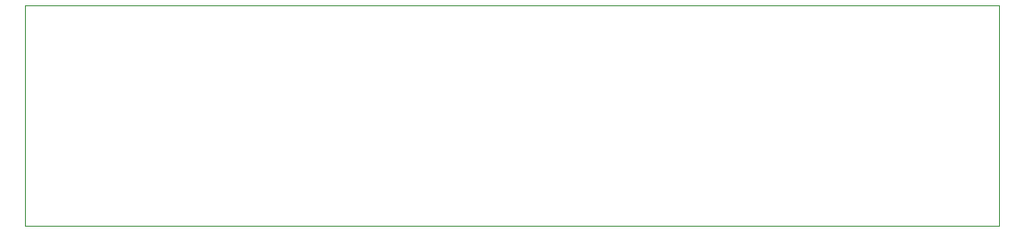
<source format=gm1>
G04 #@! TF.GenerationSoftware,KiCad,Pcbnew,(5.1.9)-1*
G04 #@! TF.CreationDate,2021-06-09T23:23:04+02:00*
G04 #@! TF.ProjectId,window_sensor,77696e64-6f77-45f7-9365-6e736f722e6b,rev?*
G04 #@! TF.SameCoordinates,Original*
G04 #@! TF.FileFunction,Profile,NP*
%FSLAX46Y46*%
G04 Gerber Fmt 4.6, Leading zero omitted, Abs format (unit mm)*
G04 Created by KiCad (PCBNEW (5.1.9)-1) date 2021-06-09 23:23:04*
%MOMM*%
%LPD*%
G01*
G04 APERTURE LIST*
G04 #@! TA.AperFunction,Profile*
%ADD10C,0.100000*%
G04 #@! TD*
G04 APERTURE END LIST*
D10*
X179500000Y-69000000D02*
X179500000Y-90000000D01*
X87000000Y-69000000D02*
X179500000Y-69000000D01*
X87000000Y-90000000D02*
X87000000Y-69000000D01*
X179500000Y-90000000D02*
X87000000Y-90000000D01*
M02*

</source>
